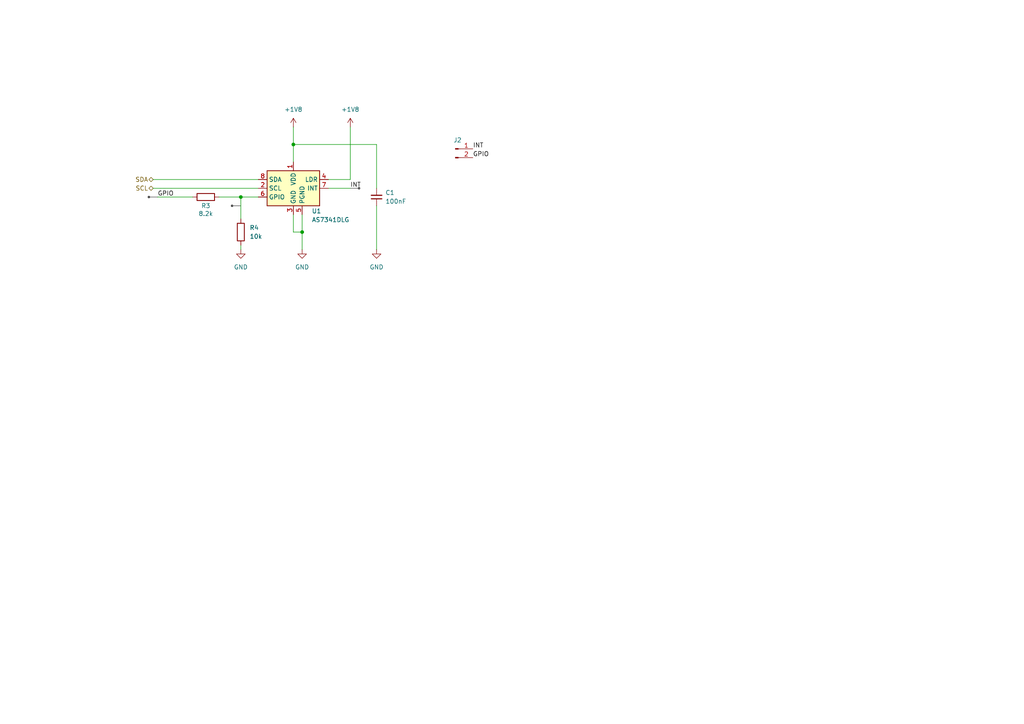
<source format=kicad_sch>
(kicad_sch (version 20231120) (generator "eeschema") (generator_version "8.0")
  (paper "A4")
  (lib_symbols
    (symbol "Connector:Conn_01x02_Pin" (pin_names (offset 1.016) hide)
      (property "Reference" "J" (at 0 2.54 0))
      (property "Value" "Conn_01x02_Pin" (at 0 -5.08 0))
      (symbol "Conn_01x02_Pin_1_1"
        (polyline (pts (xy 1.27 -2.54) (xy 0.8636 -2.54)) (stroke (width 0.1524)))
        (polyline (pts (xy 1.27 0) (xy 0.8636 0)) (stroke (width 0.1524)))
        (rectangle (start 0.8636 -2.413) (end 0 -2.667) (stroke (width 0.1524)) (fill (type outline)))
        (rectangle (start 0.8636 0.127) (end 0 -0.127) (stroke (width 0.1524)) (fill (type outline)))
        (pin passive line (at 5.08 0 180) (length 3.81) (name "Pin_1") (number "1"))
        (pin passive line (at 5.08 -2.54 180) (length 3.81) (name "Pin_2") (number "2"))
      )
    )
    (symbol "Device:C_Small" (pin_numbers hide) (pin_names (offset 0.254) hide)
      (property "Reference" "C" (at 0.254 1.778 0))
      (property "Value" "C_Small" (at 0.254 -2.032 0))
      (symbol "C_Small_0_1"
        (polyline (pts (xy -1.524 -0.508) (xy 1.524 -0.508)) (stroke (width 0.3302)))
        (polyline (pts (xy -1.524 0.508) (xy 1.524 0.508)) (stroke (width 0.3048)))
      )
      (symbol "C_Small_1_1"
        (pin passive line (at 0 2.54 270) (length 2.032) (name "~") (number "1"))
        (pin passive line (at 0 -2.54 90) (length 2.032) (name "~") (number "2"))
      )
    )
    (symbol "Device:R" (pin_numbers hide) (pin_names (offset 0))
      (property "Reference" "R" (at 2.032 0 90))
      (property "Value" "R" (at 0 0 90))
      (symbol "R_0_1"
        (rectangle (start -1.016 -2.54) (end 1.016 2.54) (stroke (width 0.254)))
      )
      (symbol "R_1_1"
        (pin passive line (at 0 3.81 270) (length 1.27) (name "~") (number "1"))
        (pin passive line (at 0 -3.81 90) (length 1.27) (name "~") (number "2"))
      )
    )
    (symbol "Sensor_Optical:AS7341DLG"
      (property "Reference" "U" (at -2.54 8.255 0))
      (property "Value" "AS7341DLG" (at -2.54 6.35 0))
      (symbol "AS7341DLG_0_1"
        (rectangle (start -7.62 5.08) (end 7.62 -5.08) (stroke (width 0.254)) (fill (type background)))
      )
      (symbol "AS7341DLG_1_1"
        (pin power_in line (at 0 7.62 270) (length 2.54) (name "VDD") (number "1"))
        (pin input line (at -10.16 0 0) (length 2.54) (name "SCL") (number "2"))
        (pin power_in line (at 0 -7.62 90) (length 2.54) (name "GND") (number "3"))
        (pin passive line (at 10.16 2.54 180) (length 2.54) (name "LDR") (number "4"))
        (pin power_in line (at 2.54 -7.62 90) (length 2.54) (name "PGND") (number "5"))
        (pin input line (at -10.16 -2.54 0) (length 2.54) (name "GPIO") (number "6"))
        (pin open_collector line (at 10.16 0 180) (length 2.54) (name "INT") (number "7"))
        (pin bidirectional line (at -10.16 2.54 0) (length 2.54) (name "SDA") (number "8"))
      )
    )
    (symbol "power:+1V8" (power) (pin_numbers hide) (pin_names (offset 0) hide)
      (property "Value" "+1V8" (at 0 3.556 0))
      (symbol "+1V8_0_1"
        (polyline (pts (xy -0.762 1.27) (xy 0 2.54)))
        (polyline (pts (xy 0 0) (xy 0 2.54)))
        (polyline (pts (xy 0 2.54) (xy 0.762 1.27)))
      )
      (symbol "+1V8_1_1"
        (pin power_in line (at 0 0 90) (length 0) (name "~") (number "1"))
      )
    )
    (symbol "power:GND" (power) (pin_numbers hide) (pin_names (offset 0) hide)
      (property "Value" "GND" (at 0 -3.81 0))
      (symbol "GND_0_1"
        (polyline (pts (xy 0 0) (xy 0 -1.27) (xy 1.27 -1.27) (xy 0 -2.54) (xy -1.27 -1.27) (xy 0 -1.27)))
      )
      (symbol "GND_1_1"
        (pin power_in line (at 0 0 270) (length 0) (name "~") (number "1"))
      )
    )
  )
  (junction (at 87.63 67.31))
  (junction (at 69.85 57.15))
  (junction (at 85.09 41.91))
  (wire (pts (xy 87.63 67.31) (xy 87.63 72.39)))
  (wire (pts (xy 44.45 52.07) (xy 74.93 52.07)))
  (wire (pts (xy 109.22 41.91) (xy 109.22 54.61)))
  (wire (pts (xy 95.25 54.61) (xy 101.6 54.61)))
  (wire (pts (xy 95.25 52.07) (xy 101.6 52.07)))
  (wire (pts (xy 44.45 54.61) (xy 74.93 54.61)))
  (wire (pts (xy 69.85 72.39) (xy 69.85 71.12)))
  (wire (pts (xy 109.22 59.69) (xy 109.22 72.39)))
  (wire (pts (xy 85.09 41.91) (xy 85.09 46.99)))
  (wire (pts (xy 101.6 52.07) (xy 101.6 36.83)))
  (wire (pts (xy 69.85 57.15) (xy 74.93 57.15)))
  (wire (pts (xy 85.09 62.23) (xy 85.09 67.31)))
  (wire (pts (xy 45.72 57.15) (xy 55.88 57.15)))
  (wire (pts (xy 85.09 67.31) (xy 87.63 67.31)))
  (wire (pts (xy 87.63 62.23) (xy 87.63 67.31)))
  (wire (pts (xy 63.5 57.15) (xy 69.85 57.15)))
  (wire (pts (xy 85.09 36.83) (xy 85.09 41.91)))
  (wire (pts (xy 69.85 57.15) (xy 69.85 63.5)))
  (wire (pts (xy 85.09 41.91) (xy 109.22 41.91)))
  (label "GPIO" (at 137.16 45.72 0))
  (label "GPIO" (at 45.72 57.15 0))
  (label "INT" (at 101.6 54.61 0))
  (label "INT" (at 137.16 43.18 0))
  (hierarchical_label "SDA" (shape bidirectional) (at 44.45 52.07 180))
  (hierarchical_label "SCL" (shape bidirectional) (at 44.45 54.61 180))
  (netclass_flag "" (length 2.54) (shape dot) (at 45.72 57.15 90) (property "Netclass" "Signal" (effects (hide yes))))
  (netclass_flag "" (length 2.54) (shape dot) (at 69.85 59.69 90) (property "Netclass" "Signal" (effects (hide yes))))
  (netclass_flag "" (length 2.54) (shape dot) (at 101.6 54.61 270) (property "Netclass" "Signal" (effects (hide yes))))
  (symbol (lib_id "Device:C_Small") (at 109.22 57.15 180) (unit 1)
    (property "Reference" "C1" (at 111.76 55.8735 0) (effects (justify right)))
    (property "Value" "100nF" (at 111.76 58.4135 0) (effects (justify right)))
    (property "Footprint" "Capacitor_SMD:C_0603_1608Metric" (effects (hide yes)))
    (property "Description" "Unpolarized capacitor, small symbol" (effects (hide yes)))
    (property "LCSC" "C307331" (effects (hide yes)))
  )
  (symbol (lib_id "Sensor_Optical:AS7341DLG") (at 85.09 54.61 0) (unit 1)
    (property "Reference" "U1" (at 90.424 61.214 0) (effects (justify left)))
    (property "Value" "AS7341DLG" (at 90.424 63.754 0) (effects (justify left)))
    (property "Footprint" "Package_LGA:AMS_OLGA-8_2x3.1mm_P0.8mm" (effects (hide yes)))
    (property "Datasheet" "https://files.waveshare.com/upload/f/f9/AS7341.pdf" (effects (hide yes)))
    (property "Description" "11-Channel Multi-Spectral Digital Sensor, OLGA-8" (effects (hide yes)))
    (property "LCSC" "C2649486" (effects (hide yes)))
  )
  (symbol (lib_id "Device:R") (at 69.85 67.31 180) (unit 1)
    (property "Reference" "R4" (at 72.39 66.0399 0) (effects (justify right)))
    (property "Value" "10k" (at 72.39 68.5799 0) (effects (justify right)))
    (property "Footprint" "Resistor_SMD:R_0603_1608Metric" (effects (hide yes)))
    (property "Description" "Resistor" (effects (hide yes)))
    (property "LCSC" "C25744" (effects (hide yes)))
  )
  (symbol (lib_id "power:GND") (at 109.22 72.39 0) (unit 1)
    (property "Reference" "#PWR09" (effects (hide yes)))
    (property "Value" "GND" (at 109.22 77.47 0))
    (property "Description" "Power symbol creates a global label with name \"GND\" , ground" (effects (hide yes)))
  )
  (symbol (lib_id "power:+1V8") (at 85.09 36.83 0) (unit 1)
    (property "Reference" "#PWR06" (effects (hide yes)))
    (property "Value" "+1V8" (at 85.09 31.75 0))
    (property "Description" "Power symbol creates a global label with name \"+1V8\"" (effects (hide yes)))
  )
  (symbol (lib_id "power:GND") (at 87.63 72.39 0) (unit 1)
    (property "Reference" "#PWR07" (effects (hide yes)))
    (property "Value" "GND" (at 87.63 77.47 0))
    (property "Description" "Power symbol creates a global label with name \"GND\" , ground" (effects (hide yes)))
  )
  (symbol (lib_id "Device:R") (at 59.69 57.15 270) (unit 1)
    (property "Reference" "R3" (at 59.69 59.69 90))
    (property "Value" "8.2k" (at 59.69 61.976 90))
    (property "Footprint" "Resistor_SMD:R_0603_1608Metric" (effects (hide yes)))
    (property "Description" "Resistor" (effects (hide yes)))
    (property "LCSC" "C25981" (effects (hide yes)))
  )
  (symbol (lib_id "power:+1V8") (at 101.6 36.83 0) (unit 1)
    (property "Reference" "#PWR08" (effects (hide yes)))
    (property "Value" "+1V8" (at 101.6 31.75 0))
    (property "Description" "Power symbol creates a global label with name \"+1V8\"" (effects (hide yes)))
  )
  (symbol (lib_id "Connector:Conn_01x02_Pin") (at 132.08 43.18 0) (unit 1)
    (property "Reference" "J2" (at 132.715 40.64 0))
    (property "Value" "Conn_01x02_Pin" (effects (hide yes)))
    (property "Footprint" "Connector_PinHeader_2.54mm:PinHeader_1x02_P2.54mm_Vertical" (effects (hide yes)))
    (property "Description" "Generic connector, single row, 01x02, script generated" (effects (hide yes)))
  )
  (symbol (lib_id "power:GND") (at 69.85 72.39 0) (unit 1)
    (property "Reference" "#PWR05" (effects (hide yes)))
    (property "Value" "GND" (at 69.85 77.47 0))
    (property "Description" "Power symbol creates a global label with name \"GND\" , ground" (effects (hide yes)))
  )
)
</source>
